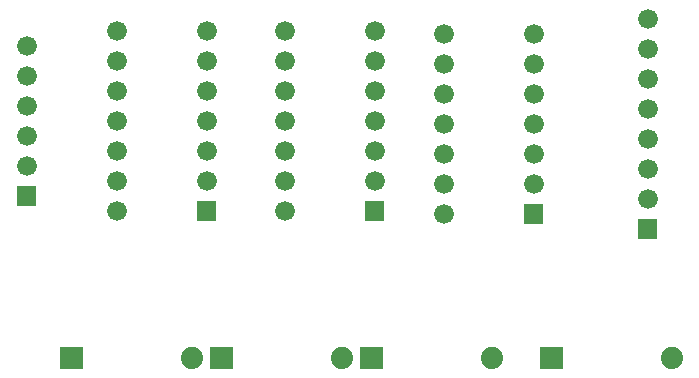
<source format=gbr>
G04 start of page 12 for group -4062 idx -4062 *
G04 Title: (unknown), soldermask *
G04 Creator: pcb 4.2.2 *
G04 CreationDate: Sat Jan  4 21:18:30 2025 UTC *
G04 For: electronics *
G04 Format: Gerber/RS-274X *
G04 PCB-Dimensions (mil): 2500.00 1500.00 *
G04 PCB-Coordinate-Origin: lower left *
%MOIN*%
%FSLAX25Y25*%
%LNBOTTOMMASK*%
%ADD71C,0.0660*%
%ADD70C,0.0001*%
%ADD69C,0.0740*%
G54D69*X230000Y20000D03*
G54D70*G36*
X218700Y66300D02*Y59700D01*
X225300D01*
Y66300D01*
X218700D01*
G37*
G54D71*X222000Y73000D03*
Y83000D03*
Y93000D03*
Y103000D03*
Y113000D03*
Y123000D03*
Y133000D03*
G54D70*G36*
X126300Y23700D02*Y16300D01*
X133700D01*
Y23700D01*
X126300D01*
G37*
G54D69*X170000Y20000D03*
X120000D03*
G54D70*G36*
X186300Y23700D02*Y16300D01*
X193700D01*
Y23700D01*
X186300D01*
G37*
G36*
X180700Y71300D02*Y64700D01*
X187300D01*
Y71300D01*
X180700D01*
G37*
G54D71*X184000Y78000D03*
Y88000D03*
Y98000D03*
Y108000D03*
Y118000D03*
Y128000D03*
X154000D03*
X101000Y129000D03*
X154000Y118000D03*
X101000Y119000D03*
Y109000D03*
Y99000D03*
Y89000D03*
X154000Y108000D03*
Y98000D03*
Y88000D03*
Y78000D03*
Y68000D03*
G54D70*G36*
X127700Y72300D02*Y65700D01*
X134300D01*
Y72300D01*
X127700D01*
G37*
G54D71*X101000Y69000D03*
X131000Y79000D03*
X101000D03*
X131000Y89000D03*
Y99000D03*
Y109000D03*
Y119000D03*
Y129000D03*
G54D70*G36*
X26300Y23700D02*Y16300D01*
X33700D01*
Y23700D01*
X26300D01*
G37*
G36*
X76300D02*Y16300D01*
X83700D01*
Y23700D01*
X76300D01*
G37*
G54D69*X70000Y20000D03*
G54D70*G36*
X71700Y72300D02*Y65700D01*
X78300D01*
Y72300D01*
X71700D01*
G37*
G54D71*X75000Y79000D03*
Y89000D03*
Y99000D03*
Y109000D03*
Y119000D03*
Y129000D03*
G54D70*G36*
X11700Y77300D02*Y70700D01*
X18300D01*
Y77300D01*
X11700D01*
G37*
G54D71*X15000Y84000D03*
Y94000D03*
Y104000D03*
Y114000D03*
Y124000D03*
X45000Y129000D03*
Y119000D03*
Y109000D03*
Y99000D03*
Y89000D03*
Y79000D03*
Y69000D03*
M02*

</source>
